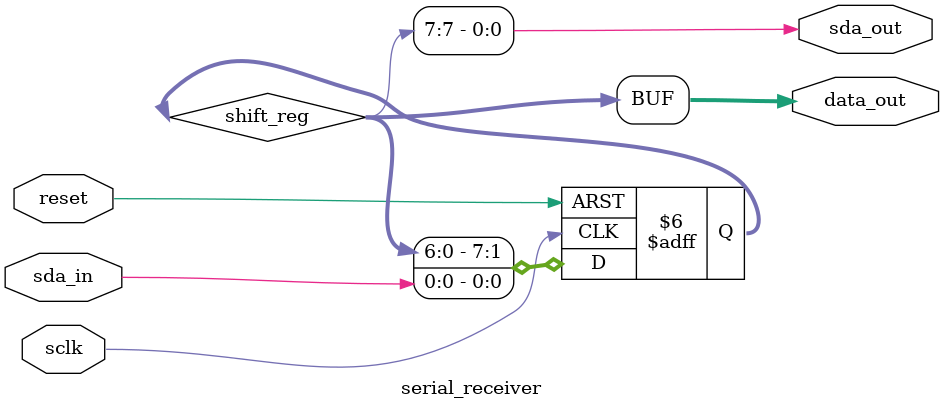
<source format=v>
/*------------------------------------------------------------------------
 Golden Top (.ucf) of Main FPGA on SAKURA-G (SAKURA-G-R1)

 Copyright (C) 2012,2013 MORITA TECH CO.,LTD.

 File name      : sakura_g_main_top.v
 Version        : 1.0
 Date           : Aug/19/2013
 Board Revision : SAKURA-G-R1
 ------------------------------------------------------------------------*/
`define CLOG2(x) \
((x <= 1) || (x > 512)) ? 0 : \
(x <= 2) ? 1 : \
(x <= 4) ? 2 : \
(x <= 8) ? 3 : \
(x <= 16) ? 4 : \
(x <= 32) ? 5 : \
(x <= 64) ? 6 : \
(x <= 128) ? 7: \
(x <= 256) ? 8: \
(x <= 512) ? 9 : 0

`define MAX(p,q) (p)>(q)?(p):(q)
`define MIN(p,q) (p)<(q)?(p):(q)


module sca_unlock_top
(
    output wire LED1, // LED1
    output wire LED2, // LED2
    output wire LED3, // LED3

    input wire H1, // sca_clk 
    input wire H2, // sca_data_in
    input wire H3, // sca_reset
    output wire H4, // sca_data_out
        
    input wire H5, // flip_clk
    //output wire H6, // flip_clk_out
    
    output wire H7, // shift_out
    input wire H8, // shift_out_enable
    input wire H9 // shift_out_clk
    );

    wire sca_clk;
    wire sca_data_in;
    wire sca_reset;
    wire sca_data_out;
    wire flip_clk;
    wire shift_out_data;
    wire shift_out_enable;
    wire shift_out_clk;
    
    assign sca_clk = H1;
    assign sca_data_in = H2;
    assign sca_reset = H3;
    assign H4 = sca_data_out;
    assign flip_clk = H5; 
    //assign H6 = flip_clk;
    assign H7 = shift_out_data;
    assign shift_out_enable = H8;
    assign shift_out_clk = H9;
    
    wire shift_out_data_int;
    assign shift_out_data = shift_out_enable ? shift_out_data_int : 1'b1;
    
    (* S = "true" *)(* keep_hierarchy = "yes" *)
    sca_unlock u0 (
        flip_clk,
        sca_reset,
        
        sca_clk,
        sca_data_in,
        sca_data_out,
        
        shift_out_data_int,
        shift_out_enable,
        shift_out_clk
        );
         
    assign LED1 = sca_clk;
    assign LED2 = sca_data_in;
    assign LED3 = 1'b0;
    //assign LED3 = xor_out;
    
endmodule

module sca_unlock (
    input wire flip_clk,
    input wire sca_reset,
    
    input wire sca_clk,
    input wire sca_data_in,
    output wire sca_data_out,
    
    output wire shift_out_data,
    input wire shift_out_enable,
    input wire shift_out_clk
    );

    parameter num_ins = 46;
    parameter num_outs = 7;

    localparam integer shift_reg_len = num_ins * 2;

    wire [shift_reg_len-1:0] w_shift_reg;

    serial_receiver #(shift_reg_len) SR (sca_data_in, sca_data_out, sca_clk, sca_reset, w_shift_reg);

    reg [num_ins-1:0] dut_inputs;
    wire [num_outs-1:0] dut_outputs;

    (* S = "true" *)(* keep_hierarchy = "yes" *) c432_enc dut(dut_inputs, dut_outputs);    
//    localparam integer num_instances = 1;
//    wire [num_outs-1:0] dut_outputs [num_instances-1:0];
//    genvar n;
//    wire [num_instances-1:0] xor_outs;
//    // Design under test instantiation
//    for (n = 0; n < num_instances; n = n + 1) begin : dut_gen
//        (* S = "true" *)(* keep_hierarchy = "yes" *) c432_enc dut(dut_inputs, dut_outputs[n]);
//        assign xor_outs[n] = ^dut_outputs[n];
//    end
//    
//    assign xor_out = ^xor_outs;

//    wire [num_outs-1:0] dut_outputs;    
//    c432_enc dut(dut_inputs, dut_outputs);
//    assign xor_out = ^dut_outputs;

    integer i, k;
    always @(*) begin
        for (i = 0; i < num_ins; i = i + 1) begin
            dut_inputs[i] <= w_shift_reg[num_ins + i] ? flip_clk : w_shift_reg[i];  
        end
    end

    wire [num_outs-1 : 0] out_data;
    scan_chain #(num_outs) out_scan(1'b0, shift_out_data, shift_out_clk, shift_out_enable, sca_reset, dut_outputs, out_data);
    
endmodule


module scan_chain
    #(
    parameter len = 8
    )(
    input wire scan_in,
    output wire scan_out,
    input wire scan_clk,
    input wire scan_enable,
    input wire reset,
    input wire [len-1 : 0] par_in,
    output wire [len-1 : 0] par_out
    );
    
    reg [len-1 : 0] shift_reg;
    
    assign par_out = shift_reg;
    assign scan_out = shift_reg[len-1];
    integer k;
    always @(negedge scan_clk or negedge reset) begin
        if (~reset) begin
            shift_reg <= 0;
        end
        else begin
            if (scan_enable) begin
                shift_reg[0] <= scan_in;
                for (k = 0; k < len-1; k = k + 1) begin
                    shift_reg[k + 1] <= shift_reg[k];
                end
            end
            else begin
                shift_reg <= par_in;
            end
        end
    end 
    
endmodule


module serial_receiver 
    #(
    parameter data_len = 8
    )(
    input wire sda_in,
    output wire sda_out,
    input wire sclk,
    input wire reset,
    output wire [data_len-1 : 0] data_out
    );

    reg [data_len-1 : 0] shift_reg;

    assign data_out = shift_reg;
    assign sda_out = shift_reg[data_len-1];
    
    integer k;
    always @(negedge sclk or negedge reset) begin
        if (~reset) begin
            shift_reg <= 0;
        end
        else begin
            shift_reg[0] <= sda_in;
            for (k = 0; k < data_len - 1; k = k + 1) begin
                shift_reg[k + 1] <= shift_reg[k];
            end
        end
    end

endmodule





</source>
